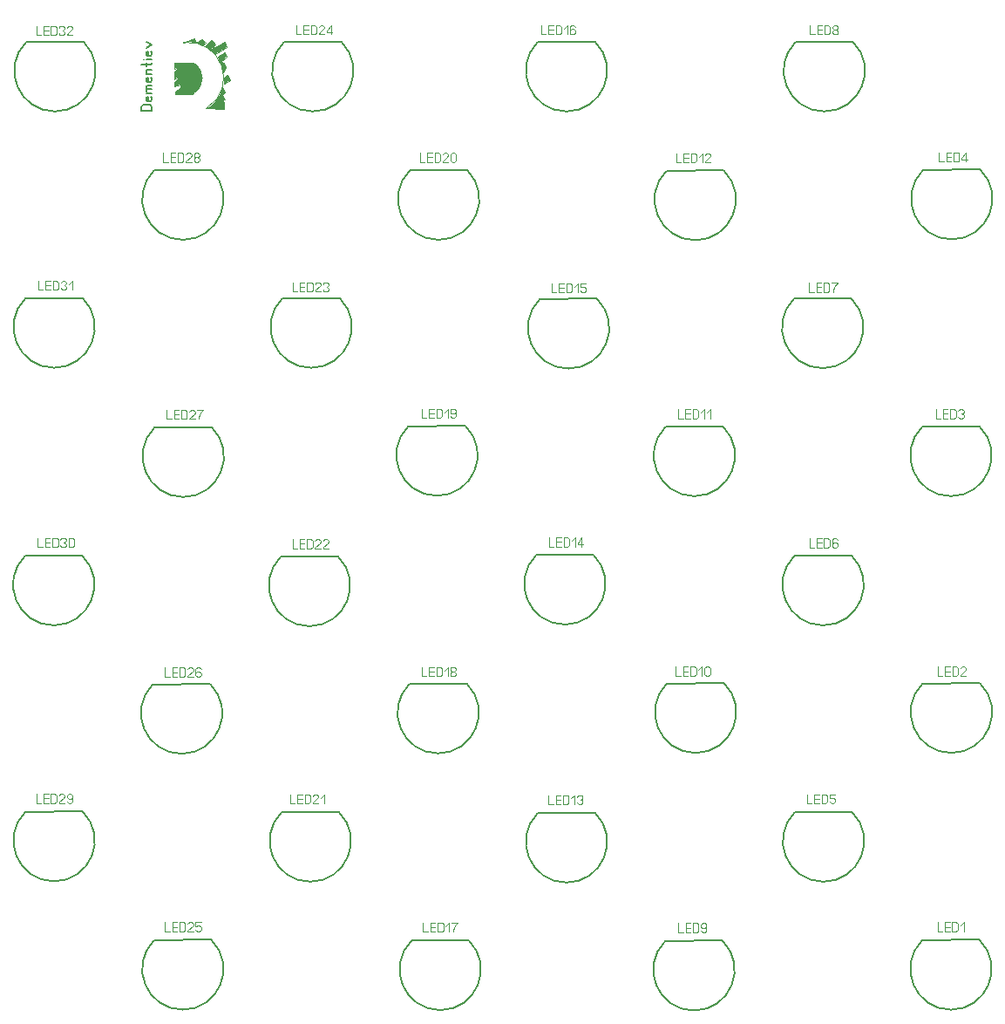
<source format=gbr>
%FSLAX34Y34*%
%MOMM*%
%LNSILK_TOP*%
G71*
G01*
%ADD10C,0.175*%
%ADD11C,0.100*%
%ADD12C,0.200*%
%ADD13C,0.111*%
%LPD*%
G54D10*
X158279Y895017D02*
X148502Y895017D01*
X148502Y898683D01*
X149113Y900150D01*
X150335Y900883D01*
X156446Y900883D01*
X157668Y900150D01*
X158279Y898683D01*
X158279Y895017D01*
G54D10*
X157668Y908706D02*
X158279Y907532D01*
X158279Y906066D01*
X157668Y904599D01*
X156446Y904306D01*
X154368Y904306D01*
X153146Y905039D01*
X152779Y906506D01*
X153146Y907972D01*
X154002Y908706D01*
X155224Y908706D01*
X155224Y904306D01*
G54D10*
X158279Y912128D02*
X152779Y912128D01*
G54D10*
X153757Y912128D02*
X152779Y913594D01*
X153146Y915061D01*
X154002Y915794D01*
X158279Y915794D01*
G54D10*
X153757Y915794D02*
X152779Y917261D01*
X153146Y918728D01*
X154002Y919461D01*
X158279Y919461D01*
G54D10*
X157668Y927283D02*
X158279Y926109D01*
X158279Y924643D01*
X157668Y923176D01*
X156446Y922883D01*
X154368Y922883D01*
X153146Y923616D01*
X152779Y925083D01*
X153146Y926549D01*
X154002Y927283D01*
X155224Y927283D01*
X155224Y922883D01*
G54D10*
X158279Y930705D02*
X152779Y930705D01*
G54D10*
X154002Y930705D02*
X153146Y931438D01*
X152779Y932905D01*
X153146Y934371D01*
X154002Y935105D01*
X158279Y935105D01*
G54D10*
X148502Y939993D02*
X157668Y939993D01*
X158279Y940727D01*
X158035Y941460D01*
G54D10*
X152779Y938527D02*
X152779Y941460D01*
G54D10*
X158279Y944882D02*
X152779Y944882D01*
G54D10*
X150946Y944882D02*
X150946Y944882D01*
G54D10*
X157668Y952704D02*
X158279Y951530D01*
X158279Y950064D01*
X157668Y948597D01*
X156446Y948304D01*
X154368Y948304D01*
X153146Y949037D01*
X152779Y950504D01*
X153146Y951970D01*
X154002Y952704D01*
X155224Y952704D01*
X155224Y948304D01*
G54D10*
X152779Y956126D02*
X158279Y959059D01*
X152779Y961992D01*
G54D11*
G75*
G01X198939Y911942D02*
G03X198939Y941387I-8500J14723D01*
G01*
G36*
G75*
G01X198939Y911942D02*
G03X198939Y941387I-8500J14723D01*
G01*
G37*
X198939Y911942D01*
G36*
X198938Y941387D02*
X180180Y941387D01*
X180167Y941374D01*
X180167Y935818D01*
X184135Y937405D01*
X180564Y932643D01*
X180564Y925896D01*
X186914Y929468D01*
X180564Y922324D01*
X180564Y918355D01*
X186120Y920340D01*
X186120Y917165D01*
X180960Y913593D01*
X180960Y911212D01*
X198208Y911212D01*
X198938Y911942D01*
X198938Y941387D01*
G37*
G54D11*
X198938Y941387D02*
X180180Y941387D01*
X180167Y941374D01*
X180167Y935818D01*
X184135Y937405D01*
X180564Y932643D01*
X180564Y925896D01*
X186914Y929468D01*
X180564Y922324D01*
X180564Y918355D01*
X186120Y920340D01*
X186120Y917165D01*
X180960Y913593D01*
X180960Y911212D01*
X198208Y911212D01*
X198938Y911942D01*
X198938Y941387D01*
G36*
X188501Y961218D02*
X195645Y962408D01*
X201598Y961218D01*
X199614Y965583D01*
X188501Y961218D01*
G37*
G54D11*
X188501Y961218D02*
X195645Y962408D01*
X201598Y961218D01*
X199614Y965583D01*
X188501Y961218D01*
G54D11*
G75*
G01X210993Y897247D02*
G03X188480Y961177I-17354J29818D01*
G01*
G36*
X201598Y961218D02*
X207154Y964790D01*
X210329Y961218D01*
X207551Y958837D01*
X201598Y961218D01*
G37*
G54D11*
X201598Y961218D02*
X207154Y964790D01*
X210329Y961218D01*
X207551Y958837D01*
X201598Y961218D01*
G36*
X209535Y958043D02*
X217076Y963202D01*
X219854Y959233D01*
X215488Y954074D01*
X229379Y962012D01*
X231364Y956852D01*
X220251Y949708D01*
X215885Y954471D01*
X209535Y958043D01*
G37*
G54D11*
X209535Y958043D02*
X217076Y963202D01*
X219854Y959233D01*
X215488Y954074D01*
X229379Y962012D01*
X231364Y956852D01*
X220251Y949708D01*
X215885Y954471D01*
X209535Y958043D01*
G36*
X222235Y947327D02*
X226204Y940183D01*
X227792Y932643D01*
X230173Y937008D01*
X228188Y941771D01*
X225410Y942168D01*
X231364Y947327D01*
X228982Y952090D01*
X222235Y947327D01*
G37*
G54D11*
X222235Y947327D02*
X226204Y940183D01*
X227792Y932643D01*
X230173Y937008D01*
X228188Y941771D01*
X225410Y942168D01*
X231364Y947327D01*
X228982Y952090D01*
X222235Y947327D01*
G36*
X228585Y927483D02*
X232157Y929865D01*
X234142Y924308D01*
X228188Y921133D01*
X228585Y927483D01*
G37*
G54D11*
X228585Y927483D02*
X232157Y929865D01*
X234142Y924308D01*
X228188Y921133D01*
X228585Y927483D01*
G36*
X210993Y897247D02*
X214695Y898908D01*
X220648Y904068D01*
X225410Y912005D01*
X226998Y917958D01*
X229379Y912402D01*
X226998Y910418D01*
X229379Y905655D01*
X226998Y904862D01*
X228188Y903671D01*
X228188Y896527D01*
X210993Y897247D01*
G37*
G54D11*
X210993Y897247D02*
X214695Y898908D01*
X220648Y904068D01*
X225410Y912005D01*
X226998Y917958D01*
X229379Y912402D01*
X226998Y910418D01*
X229379Y905655D01*
X226998Y904862D01*
X228188Y903671D01*
X228188Y896527D01*
X210993Y897247D01*
G54D12*
G75*
G01X907516Y837568D02*
G03X963378Y837568I27931J-27931D01*
G01*
G54D12*
X963256Y838000D02*
X907516Y837568D01*
G54D13*
X923121Y854629D02*
X923121Y845740D01*
X927787Y845740D01*
G54D13*
X934898Y845740D02*
X930232Y845740D01*
X930232Y854629D01*
X934898Y854629D01*
G54D13*
X930232Y850185D02*
X934898Y850185D01*
G54D13*
X937343Y845740D02*
X937343Y854629D01*
X940676Y854629D01*
X942009Y854074D01*
X942676Y852962D01*
X942676Y847407D01*
X942009Y846296D01*
X940676Y845740D01*
X937343Y845740D01*
G54D13*
X949120Y845740D02*
X949120Y854629D01*
X945120Y849074D01*
X945120Y847962D01*
X950453Y847962D01*
G54D12*
G75*
G01X783691Y961790D02*
G03X839553Y961790I27931J-27931D01*
G01*
G54D12*
X839828Y962221D02*
X784088Y961790D01*
G54D13*
X797596Y978057D02*
X797596Y969168D01*
X802263Y969168D01*
G54D13*
X809374Y969168D02*
X804707Y969168D01*
X804707Y978057D01*
X809374Y978057D01*
G54D13*
X804707Y973613D02*
X809374Y973613D01*
G54D13*
X811818Y969168D02*
X811818Y978057D01*
X815152Y978057D01*
X816485Y977502D01*
X817152Y976391D01*
X817152Y970835D01*
X816485Y969724D01*
X815152Y969168D01*
X811818Y969168D01*
G54D13*
X822929Y973613D02*
X821595Y973613D01*
X820262Y974168D01*
X819595Y975279D01*
X819595Y976391D01*
X820262Y977502D01*
X821595Y978057D01*
X822929Y978057D01*
X824262Y977502D01*
X824929Y976391D01*
X824929Y975279D01*
X824262Y974168D01*
X822929Y973613D01*
X824262Y973057D01*
X824929Y971946D01*
X824929Y970835D01*
X824262Y969724D01*
X822929Y969168D01*
X821595Y969168D01*
X820262Y969724D01*
X819595Y970835D01*
X819595Y971946D01*
X820262Y973057D01*
X821595Y973613D01*
G54D12*
G75*
G01X658279Y836774D02*
G03X714140Y836774I27931J-27931D01*
G01*
G54D12*
X714019Y837206D02*
X658279Y836774D01*
G54D13*
X667881Y853835D02*
X667881Y844946D01*
X672548Y844946D01*
G54D13*
X679659Y844946D02*
X674992Y844946D01*
X674992Y853835D01*
X679659Y853835D01*
G54D13*
X674992Y849391D02*
X679659Y849391D01*
G54D13*
X682103Y844946D02*
X682103Y853835D01*
X685437Y853835D01*
X686770Y853280D01*
X687437Y852169D01*
X687437Y846613D01*
X686770Y845502D01*
X685437Y844946D01*
X682103Y844946D01*
G54D13*
X689880Y850502D02*
X693214Y853835D01*
X693214Y844946D01*
G54D13*
X700991Y844946D02*
X695657Y844946D01*
X695657Y845502D01*
X696324Y846613D01*
X700324Y849946D01*
X700991Y851058D01*
X700991Y852169D01*
X700324Y853280D01*
X698991Y853835D01*
X697657Y853835D01*
X696324Y853280D01*
X695657Y852169D01*
G54D12*
G75*
G01X782104Y712552D02*
G03X837965Y712552I27930J-27931D01*
G01*
G54D12*
X837844Y712984D02*
X782104Y712552D01*
G54D13*
X796906Y728026D02*
X796906Y719137D01*
X801573Y719137D01*
G54D13*
X808684Y719137D02*
X804017Y719137D01*
X804017Y728026D01*
X808684Y728026D01*
G54D13*
X804017Y723582D02*
X808684Y723582D01*
G54D13*
X811128Y719137D02*
X811128Y728026D01*
X814462Y728026D01*
X815795Y727470D01*
X816462Y726359D01*
X816462Y720804D01*
X815795Y719693D01*
X814462Y719137D01*
X811128Y719137D01*
G54D13*
X818905Y728026D02*
X824239Y728026D01*
X823572Y726915D01*
X822239Y725248D01*
X820905Y723026D01*
X820239Y721359D01*
X820239Y719137D01*
G54D12*
G75*
G01X535248Y712155D02*
G03X591109Y712155I27930J-27931D01*
G01*
G54D12*
X590988Y712587D02*
X535248Y712155D01*
G54D13*
X546835Y727629D02*
X546835Y718740D01*
X551502Y718740D01*
G54D13*
X558613Y718740D02*
X553946Y718740D01*
X553946Y727629D01*
X558613Y727629D01*
G54D13*
X553946Y723185D02*
X558613Y723185D01*
G54D13*
X561057Y718740D02*
X561057Y727629D01*
X564390Y727629D01*
X565724Y727074D01*
X566390Y725962D01*
X566390Y720407D01*
X565724Y719296D01*
X564390Y718740D01*
X561057Y718740D01*
G54D13*
X568834Y724296D02*
X572167Y727629D01*
X572167Y718740D01*
G54D13*
X579944Y727629D02*
X574611Y727629D01*
X574611Y723740D01*
X575278Y723740D01*
X576611Y724296D01*
X577944Y724296D01*
X579278Y723740D01*
X579944Y722629D01*
X579944Y720407D01*
X579278Y719296D01*
X577944Y718740D01*
X576611Y718740D01*
X575278Y719296D01*
X574611Y720407D01*
G54D12*
G75*
G01X533263Y961790D02*
G03X589125Y961790I27931J-27931D01*
G01*
G54D12*
X589003Y962221D02*
X533263Y961790D01*
G54D13*
X536517Y978057D02*
X536517Y969168D01*
X541184Y969168D01*
G54D13*
X548295Y969168D02*
X543628Y969168D01*
X543628Y978057D01*
X548295Y978057D01*
G54D13*
X543628Y973613D02*
X548295Y973613D01*
G54D13*
X550739Y969168D02*
X550739Y978057D01*
X554072Y978057D01*
X555406Y977502D01*
X556072Y976391D01*
X556072Y970835D01*
X555406Y969724D01*
X554072Y969168D01*
X550739Y969168D01*
G54D13*
X558516Y974724D02*
X561849Y978057D01*
X561849Y969168D01*
G54D13*
X569626Y976391D02*
X568960Y977502D01*
X567626Y978057D01*
X566293Y978057D01*
X564960Y977502D01*
X564293Y976391D01*
X564293Y973613D01*
X564293Y973057D01*
X566293Y974168D01*
X567626Y974168D01*
X568960Y973613D01*
X569626Y972502D01*
X569626Y970835D01*
X568960Y969724D01*
X567626Y969168D01*
X566293Y969168D01*
X564960Y969724D01*
X564293Y970835D01*
X564293Y973613D01*
G54D12*
G75*
G01X409041Y837171D02*
G03X464903Y837171I27931J-27931D01*
G01*
G54D12*
X464781Y837603D02*
X409041Y837171D01*
G54D13*
X418820Y854232D02*
X418820Y845343D01*
X423486Y845343D01*
G54D13*
X430597Y845343D02*
X425931Y845343D01*
X425931Y854232D01*
X430597Y854232D01*
G54D13*
X425931Y849788D02*
X430597Y849788D01*
G54D13*
X433042Y845343D02*
X433042Y854232D01*
X436375Y854232D01*
X437708Y853677D01*
X438375Y852566D01*
X438375Y847010D01*
X437708Y845899D01*
X436375Y845343D01*
X433042Y845343D01*
G54D13*
X446152Y845343D02*
X440819Y845343D01*
X440819Y845899D01*
X441485Y847010D01*
X445485Y850343D01*
X446152Y851454D01*
X446152Y852566D01*
X445485Y853677D01*
X444152Y854232D01*
X442819Y854232D01*
X441485Y853677D01*
X440819Y852566D01*
G54D13*
X453929Y852566D02*
X453929Y847010D01*
X453262Y845899D01*
X451929Y845343D01*
X450596Y845343D01*
X449262Y845899D01*
X448596Y847010D01*
X448596Y852566D01*
X449262Y853677D01*
X450596Y854232D01*
X451929Y854232D01*
X453262Y853677D01*
X453929Y852566D01*
G54D12*
G75*
G01X286804Y961790D02*
G03X342665Y961790I27930J-27931D01*
G01*
G54D12*
X342544Y962221D02*
X286804Y961790D01*
G54D13*
X298678Y978057D02*
X298678Y969168D01*
X303344Y969168D01*
G54D13*
X310455Y969168D02*
X305789Y969168D01*
X305789Y978057D01*
X310455Y978057D01*
G54D13*
X305789Y973613D02*
X310455Y973613D01*
G54D13*
X312900Y969168D02*
X312900Y978057D01*
X316233Y978057D01*
X317566Y977502D01*
X318233Y976391D01*
X318233Y970835D01*
X317566Y969724D01*
X316233Y969168D01*
X312900Y969168D01*
G54D13*
X326010Y969168D02*
X320677Y969168D01*
X320677Y969724D01*
X321343Y970835D01*
X325343Y974168D01*
X326010Y975279D01*
X326010Y976391D01*
X325343Y977502D01*
X324010Y978057D01*
X322677Y978057D01*
X321343Y977502D01*
X320677Y976391D01*
G54D13*
X332454Y969168D02*
X332454Y978057D01*
X328454Y972502D01*
X328454Y971391D01*
X333787Y971391D01*
G54D12*
G75*
G01X285216Y712949D02*
G03X341078Y712949I27931J-27931D01*
G01*
G54D12*
X340956Y713381D02*
X285216Y712949D01*
G54D13*
X294995Y728423D02*
X294995Y719534D01*
X299661Y719534D01*
G54D13*
X306772Y719534D02*
X302106Y719534D01*
X302106Y728423D01*
X306772Y728423D01*
G54D13*
X302106Y723978D02*
X306772Y723978D01*
G54D13*
X309217Y719534D02*
X309217Y728423D01*
X312550Y728423D01*
X313883Y727867D01*
X314550Y726756D01*
X314550Y721201D01*
X313883Y720090D01*
X312550Y719534D01*
X309217Y719534D01*
G54D13*
X322327Y719534D02*
X316994Y719534D01*
X316994Y720090D01*
X317660Y721201D01*
X321660Y724534D01*
X322327Y725645D01*
X322327Y726756D01*
X321660Y727867D01*
X320327Y728423D01*
X318994Y728423D01*
X317660Y727867D01*
X316994Y726756D01*
G54D13*
X324771Y726756D02*
X325437Y727867D01*
X326771Y728423D01*
X328104Y728423D01*
X329437Y727867D01*
X330104Y726756D01*
X330104Y725645D01*
X329437Y724534D01*
X328104Y723978D01*
X329437Y723423D01*
X330104Y722312D01*
X330104Y721201D01*
X329437Y720090D01*
X328104Y719534D01*
X326771Y719534D01*
X325437Y720090D01*
X324771Y721201D01*
G54D12*
G75*
G01X160598Y837171D02*
G03X216459Y837171I27930J-27931D01*
G01*
G54D12*
X216338Y837603D02*
X160598Y837171D01*
G54D13*
X169582Y854232D02*
X169582Y845343D01*
X174248Y845343D01*
G54D13*
X181359Y845343D02*
X176693Y845343D01*
X176693Y854232D01*
X181359Y854232D01*
G54D13*
X176693Y849788D02*
X181359Y849788D01*
G54D13*
X183804Y845343D02*
X183804Y854232D01*
X187137Y854232D01*
X188470Y853677D01*
X189137Y852566D01*
X189137Y847010D01*
X188470Y845899D01*
X187137Y845343D01*
X183804Y845343D01*
G54D13*
X196914Y845343D02*
X191581Y845343D01*
X191581Y845899D01*
X192247Y847010D01*
X196247Y850343D01*
X196914Y851454D01*
X196914Y852566D01*
X196247Y853677D01*
X194914Y854232D01*
X193581Y854232D01*
X192247Y853677D01*
X191581Y852566D01*
G54D13*
X202691Y849788D02*
X201358Y849788D01*
X200024Y850343D01*
X199358Y851454D01*
X199358Y852566D01*
X200024Y853677D01*
X201358Y854232D01*
X202691Y854232D01*
X204024Y853677D01*
X204691Y852566D01*
X204691Y851454D01*
X204024Y850343D01*
X202691Y849788D01*
X204024Y849232D01*
X204691Y848121D01*
X204691Y847010D01*
X204024Y845899D01*
X202691Y845343D01*
X201358Y845343D01*
X200024Y845899D01*
X199358Y847010D01*
X199358Y848121D01*
X200024Y849232D01*
X201358Y849788D01*
G54D12*
G75*
G01X36376Y961790D02*
G03X92237Y961790I27930J-27931D01*
G01*
G54D12*
X92116Y962221D02*
X36376Y961790D01*
G54D13*
X46153Y977264D02*
X46153Y968375D01*
X50820Y968375D01*
G54D13*
X57931Y968375D02*
X53264Y968375D01*
X53264Y977264D01*
X57931Y977264D01*
G54D13*
X53264Y972819D02*
X57931Y972819D01*
G54D13*
X60375Y968375D02*
X60375Y977264D01*
X63709Y977264D01*
X65042Y976708D01*
X65709Y975597D01*
X65709Y970041D01*
X65042Y968930D01*
X63709Y968375D01*
X60375Y968375D01*
G54D13*
X68152Y975597D02*
X68819Y976708D01*
X70152Y977264D01*
X71486Y977264D01*
X72819Y976708D01*
X73486Y975597D01*
X73486Y974486D01*
X72819Y973375D01*
X71486Y972819D01*
X72819Y972264D01*
X73486Y971152D01*
X73486Y970041D01*
X72819Y968930D01*
X71486Y968375D01*
X70152Y968375D01*
X68819Y968930D01*
X68152Y970041D01*
G54D13*
X81263Y968375D02*
X75929Y968375D01*
X75929Y968930D01*
X76596Y970041D01*
X80596Y973375D01*
X81263Y974486D01*
X81263Y975597D01*
X80596Y976708D01*
X79263Y977264D01*
X77929Y977264D01*
X76596Y976708D01*
X75929Y975597D01*
G54D12*
G75*
G01X35582Y712949D02*
G03X91443Y712949I27931J-27931D01*
G01*
G54D12*
X91322Y713381D02*
X35582Y712949D01*
G54D13*
X47964Y730010D02*
X47964Y721122D01*
X52631Y721122D01*
G54D13*
X59742Y721122D02*
X55075Y721122D01*
X55075Y730010D01*
X59742Y730010D01*
G54D13*
X55075Y725566D02*
X59742Y725566D01*
G54D13*
X62186Y721122D02*
X62186Y730010D01*
X65520Y730010D01*
X66853Y729455D01*
X67520Y728344D01*
X67520Y722788D01*
X66853Y721677D01*
X65520Y721122D01*
X62186Y721122D01*
G54D13*
X69963Y728344D02*
X70630Y729455D01*
X71963Y730010D01*
X73296Y730010D01*
X74630Y729455D01*
X75296Y728344D01*
X75296Y727233D01*
X74630Y726122D01*
X73296Y725566D01*
X74630Y725010D01*
X75296Y723899D01*
X75296Y722788D01*
X74630Y721677D01*
X73296Y721122D01*
X71963Y721122D01*
X70630Y721677D01*
X69963Y722788D01*
G54D13*
X77740Y726677D02*
X81074Y730010D01*
X81074Y721122D01*
G54D12*
G75*
G01X160994Y587536D02*
G03X216856Y587536I27931J-27930D01*
G01*
G54D12*
X216734Y587968D02*
X160994Y587536D01*
G54D13*
X172862Y604598D02*
X172862Y595709D01*
X177529Y595709D01*
G54D13*
X184640Y595709D02*
X179973Y595709D01*
X179973Y604598D01*
X184640Y604598D01*
G54D13*
X179973Y600153D02*
X184640Y600153D01*
G54D13*
X187084Y595709D02*
X187084Y604598D01*
X190417Y604598D01*
X191751Y604042D01*
X192417Y602931D01*
X192417Y597376D01*
X191751Y596265D01*
X190417Y595709D01*
X187084Y595709D01*
G54D13*
X200194Y595709D02*
X194861Y595709D01*
X194861Y596265D01*
X195528Y597376D01*
X199528Y600709D01*
X200194Y601820D01*
X200194Y602931D01*
X199528Y604042D01*
X198194Y604598D01*
X196861Y604598D01*
X195528Y604042D01*
X194861Y602931D01*
G54D13*
X202638Y604598D02*
X207971Y604598D01*
X207305Y603487D01*
X205971Y601820D01*
X204638Y599598D01*
X203971Y597931D01*
X203971Y595709D01*
G54D12*
G75*
G01X407454Y588727D02*
G03X463315Y588727I27930J-27931D01*
G01*
G54D12*
X463194Y589159D02*
X407454Y588727D01*
G54D13*
X420628Y605788D02*
X420628Y596900D01*
X425295Y596900D01*
G54D13*
X432406Y596900D02*
X427739Y596900D01*
X427739Y605788D01*
X432406Y605788D01*
G54D13*
X427739Y601344D02*
X432406Y601344D01*
G54D13*
X434850Y596900D02*
X434850Y605788D01*
X438184Y605788D01*
X439517Y605233D01*
X440184Y604122D01*
X440184Y598566D01*
X439517Y597455D01*
X438184Y596900D01*
X434850Y596900D01*
G54D13*
X442627Y602455D02*
X445960Y605788D01*
X445960Y596900D01*
G54D13*
X448404Y598566D02*
X449071Y597455D01*
X450404Y596900D01*
X451738Y596900D01*
X453071Y597455D01*
X453738Y598566D01*
X453738Y601344D01*
X453738Y601900D01*
X451738Y600788D01*
X450404Y600788D01*
X449071Y601344D01*
X448404Y602455D01*
X448404Y604122D01*
X449071Y605233D01*
X450404Y605788D01*
X451738Y605788D01*
X453071Y605233D01*
X453738Y604122D01*
X453738Y601344D01*
G54D12*
G75*
G01X657485Y588330D02*
G03X713346Y588330I27931J-27930D01*
G01*
G54D12*
X713225Y588762D02*
X657485Y588330D01*
G54D13*
X669692Y605392D02*
X669692Y596503D01*
X674359Y596503D01*
G54D13*
X681470Y596503D02*
X676803Y596503D01*
X676803Y605392D01*
X681470Y605392D01*
G54D13*
X676803Y600947D02*
X681470Y600947D01*
G54D13*
X683914Y596503D02*
X683914Y605392D01*
X687247Y605392D01*
X688581Y604836D01*
X689247Y603725D01*
X689247Y598169D01*
X688581Y597058D01*
X687247Y596503D01*
X683914Y596503D01*
G54D13*
X691691Y602058D02*
X695024Y605392D01*
X695024Y596503D01*
G54D13*
X697468Y602058D02*
X700801Y605392D01*
X700801Y596503D01*
G54D12*
G75*
G01X531676Y463711D02*
G03X587537Y463711I27930J-27930D01*
G01*
G54D12*
X587416Y464143D02*
X531676Y463711D01*
G54D13*
X544168Y480773D02*
X544168Y471884D01*
X548835Y471884D01*
G54D13*
X555946Y471884D02*
X551280Y471884D01*
X551280Y480773D01*
X555946Y480773D01*
G54D13*
X551280Y476328D02*
X555946Y476328D01*
G54D13*
X558390Y471884D02*
X558390Y480773D01*
X561724Y480773D01*
X563057Y480217D01*
X563724Y479106D01*
X563724Y473551D01*
X563057Y472440D01*
X561724Y471884D01*
X558390Y471884D01*
G54D13*
X566168Y477440D02*
X569501Y480773D01*
X569501Y471884D01*
G54D13*
X575944Y471884D02*
X575944Y480773D01*
X571944Y475217D01*
X571944Y474106D01*
X577278Y474106D01*
G54D12*
G75*
G01X658676Y339093D02*
G03X714537Y339093I27930J-27931D01*
G01*
G54D12*
X714416Y339524D02*
X658676Y339093D01*
G54D13*
X667485Y355360D02*
X667485Y346472D01*
X672151Y346472D01*
G54D13*
X679262Y346472D02*
X674596Y346472D01*
X674596Y355360D01*
X679262Y355360D01*
G54D13*
X674596Y350916D02*
X679262Y350916D01*
G54D13*
X681707Y346472D02*
X681707Y355360D01*
X685040Y355360D01*
X686373Y354805D01*
X687040Y353694D01*
X687040Y348138D01*
X686373Y347027D01*
X685040Y346472D01*
X681707Y346472D01*
G54D13*
X689484Y352027D02*
X692817Y355360D01*
X692817Y346472D01*
G54D13*
X700594Y353694D02*
X700594Y348138D01*
X699927Y347027D01*
X698594Y346472D01*
X697261Y346472D01*
X695927Y347027D01*
X695261Y348138D01*
X695261Y353694D01*
X695927Y354805D01*
X697261Y355360D01*
X698594Y355360D01*
X699927Y354805D01*
X700594Y353694D01*
G54D12*
G75*
G01X408644Y338696D02*
G03X464506Y338696I27931J-27931D01*
G01*
G54D12*
X464384Y339128D02*
X408644Y338696D01*
G54D13*
X420629Y354964D02*
X420629Y346075D01*
X425296Y346075D01*
G54D13*
X432406Y346075D02*
X427740Y346075D01*
X427740Y354964D01*
X432406Y354964D01*
G54D13*
X427740Y350519D02*
X432406Y350519D01*
G54D13*
X434851Y346075D02*
X434851Y354964D01*
X438184Y354964D01*
X439518Y354408D01*
X440184Y353297D01*
X440184Y347741D01*
X439518Y346630D01*
X438184Y346075D01*
X434851Y346075D01*
G54D13*
X442628Y351630D02*
X445961Y354964D01*
X445961Y346075D01*
G54D13*
X451738Y350519D02*
X450405Y350519D01*
X449072Y351075D01*
X448405Y352186D01*
X448405Y353297D01*
X449072Y354408D01*
X450405Y354964D01*
X451738Y354964D01*
X453072Y354408D01*
X453738Y353297D01*
X453738Y352186D01*
X453072Y351075D01*
X451738Y350519D01*
X453072Y349964D01*
X453738Y348852D01*
X453738Y347741D01*
X453072Y346630D01*
X451738Y346075D01*
X450405Y346075D01*
X449072Y346630D01*
X448405Y347741D01*
X448405Y348852D01*
X449072Y349964D01*
X450405Y350519D01*
G54D12*
G75*
G01X283629Y462124D02*
G03X339490Y462124I27931J-27931D01*
G01*
G54D12*
X339369Y462556D02*
X283629Y462124D01*
G54D13*
X294994Y479185D02*
X294994Y470296D01*
X299660Y470296D01*
G54D13*
X306771Y470296D02*
X302105Y470296D01*
X302105Y479185D01*
X306771Y479185D01*
G54D13*
X302105Y474741D02*
X306771Y474741D01*
G54D13*
X309216Y470296D02*
X309216Y479185D01*
X312549Y479185D01*
X313882Y478630D01*
X314549Y477519D01*
X314549Y471963D01*
X313882Y470852D01*
X312549Y470296D01*
X309216Y470296D01*
G54D13*
X322326Y470296D02*
X316993Y470296D01*
X316993Y470852D01*
X317659Y471963D01*
X321659Y475296D01*
X322326Y476408D01*
X322326Y477519D01*
X321659Y478630D01*
X320326Y479185D01*
X318993Y479185D01*
X317659Y478630D01*
X316993Y477519D01*
G54D13*
X330103Y470296D02*
X324770Y470296D01*
X324770Y470852D01*
X325436Y471963D01*
X329436Y475296D01*
X330103Y476408D01*
X330103Y477519D01*
X329436Y478630D01*
X328103Y479185D01*
X326770Y479185D01*
X325436Y478630D01*
X324770Y477519D01*
G54D12*
G75*
G01X35185Y462918D02*
G03X91046Y462918I27931J-27931D01*
G01*
G54D12*
X90925Y463350D02*
X35185Y462918D01*
G54D13*
X47741Y480376D02*
X47741Y471487D01*
X52407Y471487D01*
G54D13*
X59518Y471487D02*
X54852Y471487D01*
X54852Y480376D01*
X59518Y480376D01*
G54D13*
X54852Y475932D02*
X59518Y475932D01*
G54D13*
X61963Y471487D02*
X61963Y480376D01*
X65296Y480376D01*
X66629Y479820D01*
X67296Y478709D01*
X67296Y473154D01*
X66629Y472043D01*
X65296Y471487D01*
X61963Y471487D01*
G54D13*
X69740Y478709D02*
X70406Y479820D01*
X71740Y480376D01*
X73073Y480376D01*
X74406Y479820D01*
X75073Y478709D01*
X75073Y477598D01*
X74406Y476487D01*
X73073Y475932D01*
X74406Y475376D01*
X75073Y474265D01*
X75073Y473154D01*
X74406Y472043D01*
X73073Y471487D01*
X71740Y471487D01*
X70406Y472043D01*
X69740Y473154D01*
G54D13*
X82850Y478709D02*
X82850Y473154D01*
X82183Y472043D01*
X80850Y471487D01*
X79517Y471487D01*
X78183Y472043D01*
X77517Y473154D01*
X77517Y478709D01*
X78183Y479820D01*
X79517Y480376D01*
X80850Y480376D01*
X82183Y479820D01*
X82850Y478709D01*
G54D12*
G75*
G01X159407Y338299D02*
G03X215268Y338299I27931J-27931D01*
G01*
G54D12*
X215147Y338731D02*
X159407Y338299D01*
G54D13*
X171170Y354567D02*
X171170Y345678D01*
X175837Y345678D01*
G54D13*
X182948Y345678D02*
X178282Y345678D01*
X178282Y354567D01*
X182948Y354567D01*
G54D13*
X178282Y350122D02*
X182948Y350122D01*
G54D13*
X185392Y345678D02*
X185392Y354567D01*
X188726Y354567D01*
X190059Y354011D01*
X190726Y352900D01*
X190726Y347344D01*
X190059Y346233D01*
X188726Y345678D01*
X185392Y345678D01*
G54D13*
X198503Y345678D02*
X193170Y345678D01*
X193170Y346233D01*
X193836Y347344D01*
X197836Y350678D01*
X198503Y351789D01*
X198503Y352900D01*
X197836Y354011D01*
X196503Y354567D01*
X195170Y354567D01*
X193836Y354011D01*
X193170Y352900D01*
G54D13*
X206280Y352900D02*
X205613Y354011D01*
X204280Y354567D01*
X202946Y354567D01*
X201613Y354011D01*
X200946Y352900D01*
X200946Y350122D01*
X200946Y349567D01*
X202946Y350678D01*
X204280Y350678D01*
X205613Y350122D01*
X206280Y349011D01*
X206280Y347344D01*
X205613Y346233D01*
X204280Y345678D01*
X202946Y345678D01*
X201613Y346233D01*
X200946Y347344D01*
X200946Y350122D01*
G54D12*
G75*
G01X906723Y588330D02*
G03X962584Y588330I27930J-27930D01*
G01*
G54D12*
X962463Y588762D02*
X906722Y588330D01*
G54D13*
X919833Y605392D02*
X919833Y596503D01*
X924500Y596503D01*
G54D13*
X931611Y596503D02*
X926944Y596503D01*
X926944Y605392D01*
X931611Y605392D01*
G54D13*
X926944Y600947D02*
X931611Y600947D01*
G54D13*
X934055Y596503D02*
X934055Y605392D01*
X937388Y605392D01*
X938722Y604836D01*
X939388Y603725D01*
X939388Y598169D01*
X938722Y597058D01*
X937388Y596503D01*
X934055Y596503D01*
G54D13*
X941832Y603725D02*
X942499Y604836D01*
X943832Y605392D01*
X945165Y605392D01*
X946499Y604836D01*
X947165Y603725D01*
X947165Y602614D01*
X946499Y601503D01*
X945165Y600947D01*
X946499Y600392D01*
X947165Y599281D01*
X947165Y598169D01*
X946499Y597058D01*
X945165Y596503D01*
X943832Y596503D01*
X942499Y597058D01*
X941832Y598169D01*
G54D12*
G75*
G01X782501Y462918D02*
G03X838362Y462918I27930J-27931D01*
G01*
G54D12*
X838241Y463350D02*
X782501Y462918D01*
G54D13*
X797198Y479979D02*
X797198Y471090D01*
X801865Y471090D01*
G54D13*
X808976Y471090D02*
X804310Y471090D01*
X804310Y479979D01*
X808976Y479979D01*
G54D13*
X804310Y475535D02*
X808976Y475535D01*
G54D13*
X811420Y471090D02*
X811420Y479979D01*
X814754Y479979D01*
X816087Y479424D01*
X816754Y478312D01*
X816754Y472757D01*
X816087Y471646D01*
X814754Y471090D01*
X811420Y471090D01*
G54D13*
X824531Y478312D02*
X823864Y479424D01*
X822531Y479979D01*
X821198Y479979D01*
X819864Y479424D01*
X819198Y478312D01*
X819198Y475535D01*
X819198Y474979D01*
X821198Y476090D01*
X822531Y476090D01*
X823864Y475535D01*
X824531Y474424D01*
X824531Y472757D01*
X823864Y471646D01*
X822531Y471090D01*
X821198Y471090D01*
X819864Y471646D01*
X819198Y472757D01*
X819198Y475535D01*
G54D12*
G75*
G01X907119Y339093D02*
G03X962981Y339093I27931J-27931D01*
G01*
G54D12*
X962860Y339524D02*
X907119Y339093D01*
G54D13*
X921818Y355360D02*
X921818Y346472D01*
X926484Y346472D01*
G54D13*
X933595Y346472D02*
X928929Y346472D01*
X928929Y355360D01*
X933595Y355360D01*
G54D13*
X928929Y350916D02*
X933595Y350916D01*
G54D13*
X936040Y346472D02*
X936040Y355360D01*
X939373Y355360D01*
X940706Y354805D01*
X941373Y353694D01*
X941373Y348138D01*
X940706Y347027D01*
X939373Y346472D01*
X936040Y346472D01*
G54D13*
X949150Y346472D02*
X943817Y346472D01*
X943817Y347027D01*
X944483Y348138D01*
X948483Y351472D01*
X949150Y352583D01*
X949150Y353694D01*
X948483Y354805D01*
X947150Y355360D01*
X945817Y355360D01*
X944483Y354805D01*
X943817Y353694D01*
G54D12*
G75*
G01X906723Y89855D02*
G03X962584Y89855I27930J-27931D01*
G01*
G54D12*
X962463Y90287D02*
X906722Y89855D01*
G54D13*
X921643Y107314D02*
X921643Y98425D01*
X926309Y98425D01*
G54D13*
X933420Y98425D02*
X928754Y98425D01*
X928754Y107314D01*
X933420Y107314D01*
G54D13*
X928754Y102869D02*
X933420Y102869D01*
G54D13*
X935865Y98425D02*
X935865Y107314D01*
X939198Y107314D01*
X940531Y106758D01*
X941198Y105647D01*
X941198Y100091D01*
X940531Y98980D01*
X939198Y98425D01*
X935865Y98425D01*
G54D13*
X943642Y103980D02*
X946975Y107314D01*
X946975Y98425D01*
G54D12*
G75*
G01X782898Y214077D02*
G03X838759Y214077I27930J-27931D01*
G01*
G54D12*
X838638Y214509D02*
X782898Y214077D01*
G54D13*
X794818Y231535D02*
X794818Y222646D01*
X799484Y222646D01*
G54D13*
X806595Y222646D02*
X801928Y222646D01*
X801928Y231535D01*
X806595Y231535D01*
G54D13*
X801928Y227091D02*
X806595Y227091D01*
G54D13*
X809040Y222646D02*
X809040Y231535D01*
X812373Y231535D01*
X813706Y230980D01*
X814373Y229869D01*
X814373Y224313D01*
X813706Y223202D01*
X812373Y222646D01*
X809040Y222646D01*
G54D13*
X822150Y231535D02*
X816816Y231535D01*
X816816Y227646D01*
X817483Y227646D01*
X818816Y228202D01*
X820150Y228202D01*
X821483Y227646D01*
X822150Y226535D01*
X822150Y224313D01*
X821483Y223202D01*
X820150Y222646D01*
X818816Y222646D01*
X817483Y223202D01*
X816816Y224313D01*
G54D12*
G75*
G01X657088Y89061D02*
G03X712950Y89061I27931J-27930D01*
G01*
G54D12*
X712828Y89493D02*
X657088Y89061D01*
G54D13*
X669802Y106520D02*
X669802Y97631D01*
X674469Y97631D01*
G54D13*
X681580Y97631D02*
X676913Y97631D01*
X676913Y106520D01*
X681580Y106520D01*
G54D13*
X676913Y102075D02*
X681580Y102075D01*
G54D13*
X684024Y97631D02*
X684024Y106520D01*
X687357Y106520D01*
X688691Y105964D01*
X689357Y104853D01*
X689357Y99298D01*
X688691Y98186D01*
X687357Y97631D01*
X684024Y97631D01*
G54D13*
X691801Y99298D02*
X692468Y98186D01*
X693801Y97631D01*
X695134Y97631D01*
X696468Y98186D01*
X697134Y99298D01*
X697134Y102075D01*
X697134Y102631D01*
X695134Y101520D01*
X693801Y101520D01*
X692468Y102075D01*
X691801Y103186D01*
X691801Y104853D01*
X692468Y105964D01*
X693801Y106520D01*
X695134Y106520D01*
X696468Y105964D01*
X697134Y104853D01*
X697134Y102075D01*
G54D12*
G75*
G01X410629Y89458D02*
G03X466490Y89458I27931J-27930D01*
G01*
G54D12*
X466369Y89890D02*
X410629Y89458D01*
G54D13*
X421924Y106917D02*
X421924Y98028D01*
X426591Y98028D01*
G54D13*
X433702Y98028D02*
X429035Y98028D01*
X429035Y106917D01*
X433702Y106917D01*
G54D13*
X429035Y102472D02*
X433702Y102472D01*
G54D13*
X436146Y98028D02*
X436146Y106917D01*
X439479Y106917D01*
X440813Y106361D01*
X441479Y105250D01*
X441479Y99694D01*
X440813Y98583D01*
X439479Y98028D01*
X436146Y98028D01*
G54D13*
X443923Y103583D02*
X447256Y106917D01*
X447256Y98028D01*
G54D13*
X449700Y106917D02*
X455033Y106917D01*
X454367Y105806D01*
X453033Y104139D01*
X451700Y101917D01*
X451033Y100250D01*
X451033Y98028D01*
G54D12*
G75*
G01X533263Y213283D02*
G03X589125Y213283I27931J-27930D01*
G01*
G54D12*
X589003Y213715D02*
X533263Y213283D01*
G54D13*
X543661Y230742D02*
X543661Y221853D01*
X548327Y221853D01*
G54D13*
X555438Y221853D02*
X550772Y221853D01*
X550772Y230742D01*
X555438Y230742D01*
G54D13*
X550772Y226297D02*
X555438Y226297D01*
G54D13*
X557883Y221853D02*
X557883Y230742D01*
X561216Y230742D01*
X562549Y230186D01*
X563216Y229075D01*
X563216Y223519D01*
X562549Y222408D01*
X561216Y221853D01*
X557883Y221853D01*
G54D13*
X565660Y227408D02*
X568993Y230742D01*
X568993Y221853D01*
G54D13*
X571437Y229075D02*
X572103Y230186D01*
X573437Y230742D01*
X574770Y230742D01*
X576103Y230186D01*
X576770Y229075D01*
X576770Y227964D01*
X576103Y226853D01*
X574770Y226297D01*
X576103Y225742D01*
X576770Y224630D01*
X576770Y223519D01*
X576103Y222408D01*
X574770Y221853D01*
X573437Y221853D01*
X572103Y222408D01*
X571437Y223519D01*
G54D12*
G75*
G01X284423Y214077D02*
G03X340284Y214077I27930J-27931D01*
G01*
G54D12*
X340163Y214509D02*
X284422Y214077D01*
G54D13*
X292835Y231535D02*
X292835Y222646D01*
X297502Y222646D01*
G54D13*
X304612Y222646D02*
X299946Y222646D01*
X299946Y231535D01*
X304612Y231535D01*
G54D13*
X299946Y227091D02*
X304612Y227091D01*
G54D13*
X307057Y222646D02*
X307057Y231535D01*
X310390Y231535D01*
X311724Y230980D01*
X312390Y229869D01*
X312390Y224313D01*
X311724Y223202D01*
X310390Y222646D01*
X307057Y222646D01*
G54D13*
X320167Y222646D02*
X314834Y222646D01*
X314834Y223202D01*
X315500Y224313D01*
X319500Y227646D01*
X320167Y228758D01*
X320167Y229869D01*
X319500Y230980D01*
X318167Y231535D01*
X316834Y231535D01*
X315500Y230980D01*
X314834Y229869D01*
G54D13*
X322611Y228202D02*
X325944Y231535D01*
X325944Y222646D01*
G54D12*
G75*
G01X160598Y89855D02*
G03X216459Y89855I27930J-27931D01*
G01*
G54D12*
X216338Y90287D02*
X160598Y89855D01*
G54D13*
X171170Y107314D02*
X171170Y98425D01*
X175836Y98425D01*
G54D13*
X182947Y98425D02*
X178280Y98425D01*
X178280Y107314D01*
X182947Y107314D01*
G54D13*
X178280Y102869D02*
X182947Y102869D01*
G54D13*
X185392Y98425D02*
X185392Y107314D01*
X188725Y107314D01*
X190058Y106758D01*
X190725Y105647D01*
X190725Y100091D01*
X190058Y98980D01*
X188725Y98425D01*
X185392Y98425D01*
G54D13*
X198502Y98425D02*
X193168Y98425D01*
X193168Y98980D01*
X193835Y100091D01*
X197835Y103425D01*
X198502Y104536D01*
X198502Y105647D01*
X197835Y106758D01*
X196502Y107314D01*
X195168Y107314D01*
X193835Y106758D01*
X193168Y105647D01*
G54D13*
X206279Y107314D02*
X200946Y107314D01*
X200946Y103425D01*
X201612Y103425D01*
X202946Y103980D01*
X204279Y103980D01*
X205612Y103425D01*
X206279Y102314D01*
X206279Y100091D01*
X205612Y98980D01*
X204279Y98425D01*
X202946Y98425D01*
X201612Y98980D01*
X200946Y100091D01*
G54D12*
G75*
G01X35582Y214474D02*
G03X91443Y214474I27931J-27931D01*
G01*
G54D12*
X91322Y214906D02*
X35582Y214474D01*
G54D13*
X46153Y231932D02*
X46153Y223043D01*
X50820Y223043D01*
G54D13*
X57930Y223043D02*
X53264Y223043D01*
X53264Y231932D01*
X57930Y231932D01*
G54D13*
X53264Y227488D02*
X57930Y227488D01*
G54D13*
X60375Y223043D02*
X60375Y231932D01*
X63708Y231932D01*
X65042Y231377D01*
X65708Y230266D01*
X65708Y224710D01*
X65042Y223599D01*
X63708Y223043D01*
X60375Y223043D01*
G54D13*
X73485Y223043D02*
X68152Y223043D01*
X68152Y223599D01*
X68818Y224710D01*
X72818Y228043D01*
X73485Y229154D01*
X73485Y230266D01*
X72818Y231377D01*
X71485Y231932D01*
X70152Y231932D01*
X68818Y231377D01*
X68152Y230266D01*
G54D13*
X75929Y224710D02*
X76596Y223599D01*
X77929Y223043D01*
X79262Y223043D01*
X80596Y223599D01*
X81262Y224710D01*
X81262Y227488D01*
X81262Y228043D01*
X79262Y226932D01*
X77929Y226932D01*
X76596Y227488D01*
X75929Y228599D01*
X75929Y230266D01*
X76596Y231377D01*
X77929Y231932D01*
X79262Y231932D01*
X80596Y231377D01*
X81262Y230266D01*
X81262Y227488D01*
M02*

</source>
